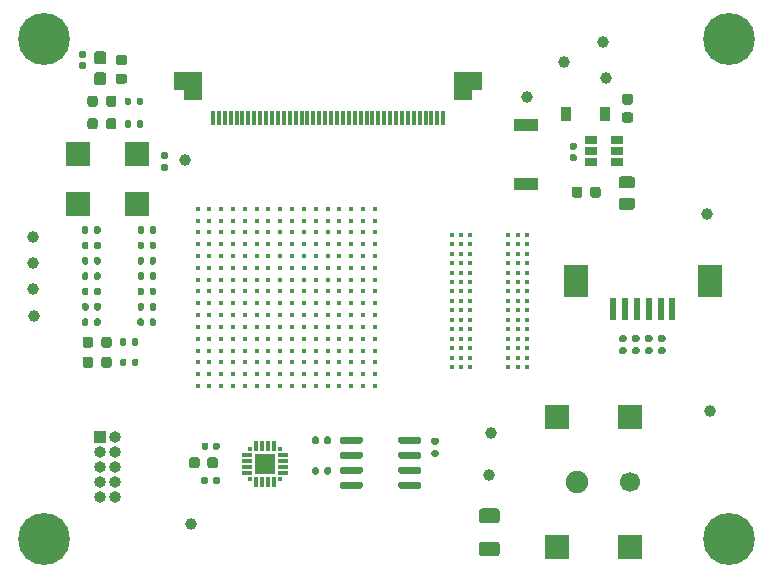
<source format=gts>
%TF.GenerationSoftware,KiCad,Pcbnew,5.1.8-db9833491~88~ubuntu20.04.1*%
%TF.CreationDate,2021-01-24T20:19:36-05:00*%
%TF.ProjectId,julia_v2.1.1.0,6a756c69-615f-4763-922e-312e312e302e,rev?*%
%TF.SameCoordinates,Original*%
%TF.FileFunction,Soldermask,Top*%
%TF.FilePolarity,Negative*%
%FSLAX46Y46*%
G04 Gerber Fmt 4.6, Leading zero omitted, Abs format (unit mm)*
G04 Created by KiCad (PCBNEW 5.1.8-db9833491~88~ubuntu20.04.1) date 2021-01-24 20:19:36*
%MOMM*%
%LPD*%
G01*
G04 APERTURE LIST*
%ADD10C,4.400000*%
%ADD11R,1.060000X0.650000*%
%ADD12O,1.000000X1.000000*%
%ADD13R,1.000000X1.000000*%
%ADD14C,0.400000*%
%ADD15C,0.406400*%
%ADD16R,2.000000X2.000000*%
%ADD17R,1.800000X1.800000*%
%ADD18R,0.300000X0.900000*%
%ADD19R,0.300000X0.300000*%
%ADD20R,0.900000X0.300000*%
%ADD21C,1.000000*%
%ADD22R,2.000000X1.000000*%
%ADD23R,2.100000X2.800000*%
%ADD24R,0.600000X1.900000*%
%ADD25R,2.400000X1.600000*%
%ADD26R,1.600000X2.400000*%
%ADD27R,0.300000X1.200000*%
%ADD28C,1.900000*%
%ADD29C,1.700000*%
%ADD30R,0.900000X1.200000*%
G04 APERTURE END LIST*
D10*
%TO.C,H4*%
X138620000Y-88060000D03*
%TD*%
%TO.C,H3*%
X138620000Y-130400000D03*
%TD*%
%TO.C,H2*%
X80630000Y-130400000D03*
%TD*%
%TO.C,H1*%
X80630000Y-88060000D03*
%TD*%
D11*
%TO.C,U7*%
X126900000Y-97500000D03*
X126900000Y-98450000D03*
X126900000Y-96550000D03*
X129100000Y-96550000D03*
X129100000Y-97500000D03*
X129100000Y-98450000D03*
%TD*%
D12*
%TO.C,J2*%
X86570000Y-126840000D03*
X85300000Y-126840000D03*
X86570000Y-125570000D03*
X85300000Y-125570000D03*
X86570000Y-124300000D03*
X85300000Y-124300000D03*
X86570000Y-123030000D03*
X85300000Y-123030000D03*
X86570000Y-121760000D03*
D13*
X85300000Y-121760000D03*
%TD*%
%TO.C,C44*%
G36*
G01*
X125570000Y-97400000D02*
X125230000Y-97400000D01*
G75*
G02*
X125090000Y-97260000I0J140000D01*
G01*
X125090000Y-96980000D01*
G75*
G02*
X125230000Y-96840000I140000J0D01*
G01*
X125570000Y-96840000D01*
G75*
G02*
X125710000Y-96980000I0J-140000D01*
G01*
X125710000Y-97260000D01*
G75*
G02*
X125570000Y-97400000I-140000J0D01*
G01*
G37*
G36*
G01*
X125570000Y-98360000D02*
X125230000Y-98360000D01*
G75*
G02*
X125090000Y-98220000I0J140000D01*
G01*
X125090000Y-97940000D01*
G75*
G02*
X125230000Y-97800000I140000J0D01*
G01*
X125570000Y-97800000D01*
G75*
G02*
X125710000Y-97940000I0J-140000D01*
G01*
X125710000Y-98220000D01*
G75*
G02*
X125570000Y-98360000I-140000J0D01*
G01*
G37*
%TD*%
D14*
%TO.C,U1*%
X108600000Y-109400000D03*
X108600000Y-110400000D03*
X108600000Y-111400000D03*
X108600000Y-112400000D03*
X108600000Y-113400000D03*
X108600000Y-114400000D03*
X108600000Y-115400000D03*
X108600000Y-116400000D03*
X108600000Y-117400000D03*
X104600000Y-114400000D03*
X104600000Y-113400000D03*
X104600000Y-112400000D03*
X104600000Y-111400000D03*
X103600000Y-111400000D03*
X103600000Y-112400000D03*
X103600000Y-113400000D03*
X103600000Y-114400000D03*
X107600000Y-117400000D03*
X107600000Y-116400000D03*
X107600000Y-115400000D03*
X107600000Y-114400000D03*
X107600000Y-113400000D03*
X107600000Y-112400000D03*
X107600000Y-111400000D03*
X107600000Y-110400000D03*
X107600000Y-109400000D03*
X106600000Y-109400000D03*
X106600000Y-110400000D03*
X106600000Y-111400000D03*
X106600000Y-112400000D03*
X106600000Y-113400000D03*
X106600000Y-114400000D03*
X106600000Y-115400000D03*
X106600000Y-116400000D03*
X106600000Y-117400000D03*
X102600000Y-114400000D03*
X102600000Y-113400000D03*
X102600000Y-112400000D03*
X102600000Y-111400000D03*
X101600000Y-111400000D03*
X101600000Y-112400000D03*
X101600000Y-113400000D03*
X101600000Y-114400000D03*
X105600000Y-117400000D03*
X105600000Y-116400000D03*
X105600000Y-115400000D03*
X105600000Y-114400000D03*
X105600000Y-113400000D03*
X105600000Y-112400000D03*
X105600000Y-111400000D03*
X105600000Y-110400000D03*
X105600000Y-109400000D03*
X104600000Y-110400000D03*
X103600000Y-110400000D03*
X102600000Y-110400000D03*
X104600000Y-109400000D03*
X103600000Y-109400000D03*
X102600000Y-109400000D03*
X101600000Y-109400000D03*
X104600000Y-117400000D03*
X104600000Y-116400000D03*
X101600000Y-108400000D03*
X102600000Y-108400000D03*
X103600000Y-108400000D03*
X104600000Y-108400000D03*
X101600000Y-110400000D03*
X104600000Y-107400000D03*
X103600000Y-107400000D03*
X102600000Y-107400000D03*
X101600000Y-107400000D03*
X104600000Y-115400000D03*
X104600000Y-106400000D03*
X103600000Y-106400000D03*
X102600000Y-106400000D03*
X101600000Y-106400000D03*
X100600000Y-114400000D03*
X103600000Y-117400000D03*
X102600000Y-117400000D03*
X101600000Y-117400000D03*
X100600000Y-117400000D03*
X99600000Y-117400000D03*
X103600000Y-116400000D03*
X102600000Y-116400000D03*
X101600000Y-116400000D03*
X100600000Y-116400000D03*
X99600000Y-116400000D03*
X99600000Y-115400000D03*
X100600000Y-115400000D03*
X101600000Y-115400000D03*
X102600000Y-115400000D03*
X103600000Y-115400000D03*
X99600000Y-114400000D03*
X98600000Y-114400000D03*
X97600000Y-114400000D03*
X100600000Y-113400000D03*
X98600000Y-117400000D03*
X97600000Y-117400000D03*
X98600000Y-116400000D03*
X97600000Y-116400000D03*
X98600000Y-115400000D03*
X97600000Y-115400000D03*
X99600000Y-113400000D03*
X98600000Y-113400000D03*
X97600000Y-113400000D03*
X100600000Y-112400000D03*
X99600000Y-112400000D03*
X98600000Y-112400000D03*
X97600000Y-112400000D03*
X100600000Y-111400000D03*
X99600000Y-111400000D03*
X98600000Y-111400000D03*
X97600000Y-111400000D03*
X100600000Y-110400000D03*
X99600000Y-110400000D03*
X98600000Y-110400000D03*
X97600000Y-110400000D03*
X100600000Y-109400000D03*
X99600000Y-109400000D03*
X98600000Y-109400000D03*
X97600000Y-109400000D03*
X100600000Y-108400000D03*
X99600000Y-108400000D03*
X98600000Y-108400000D03*
X97600000Y-108400000D03*
X100600000Y-107400000D03*
X99600000Y-107400000D03*
X98600000Y-107400000D03*
X97600000Y-107400000D03*
X97600000Y-106400000D03*
X98600000Y-106400000D03*
X99600000Y-106400000D03*
X100600000Y-106400000D03*
X96600000Y-117400000D03*
X95600000Y-117400000D03*
X94600000Y-117400000D03*
X93600000Y-117400000D03*
X93600000Y-116400000D03*
X93600000Y-115400000D03*
X93600000Y-114400000D03*
X94600000Y-116400000D03*
X94600000Y-115400000D03*
X94600000Y-114400000D03*
X95600000Y-114400000D03*
X95600000Y-115400000D03*
X95600000Y-116400000D03*
X96600000Y-116400000D03*
X96600000Y-115400000D03*
X96600000Y-114400000D03*
X96600000Y-113400000D03*
X95600000Y-113400000D03*
X94600000Y-113400000D03*
X93600000Y-113400000D03*
X93600000Y-112400000D03*
X94600000Y-112400000D03*
X95600000Y-112400000D03*
X96600000Y-112400000D03*
X96600000Y-111400000D03*
X95600000Y-111400000D03*
X94600000Y-111400000D03*
X93600000Y-111400000D03*
X94600000Y-110400000D03*
X95600000Y-110400000D03*
X96600000Y-110400000D03*
X96600000Y-109400000D03*
X95600000Y-109400000D03*
X94600000Y-109400000D03*
X94600000Y-108400000D03*
X95600000Y-108400000D03*
X96600000Y-108400000D03*
X96600000Y-107400000D03*
X95600000Y-107400000D03*
X94600000Y-107400000D03*
X108600000Y-106400000D03*
X108600000Y-107400000D03*
X108600000Y-108400000D03*
X107600000Y-108400000D03*
X107600000Y-107400000D03*
X107600000Y-106400000D03*
X106600000Y-106400000D03*
X106600000Y-107400000D03*
X106600000Y-108400000D03*
X105600000Y-108400000D03*
X105600000Y-107400000D03*
X105600000Y-106400000D03*
X108600000Y-104400000D03*
X108600000Y-105400000D03*
X107600000Y-105400000D03*
X107600000Y-104400000D03*
X105600000Y-105400000D03*
X106600000Y-105400000D03*
X106600000Y-104400000D03*
X105600000Y-104400000D03*
X104600000Y-104400000D03*
X104600000Y-105400000D03*
X103600000Y-105400000D03*
X103600000Y-104400000D03*
X102600000Y-105400000D03*
X102600000Y-104400000D03*
X96600000Y-106400000D03*
X95600000Y-106400000D03*
X94600000Y-106400000D03*
X101600000Y-105400000D03*
X100600000Y-105400000D03*
X99600000Y-105400000D03*
X98600000Y-105400000D03*
X97600000Y-105400000D03*
X96600000Y-105400000D03*
X95600000Y-105400000D03*
X94600000Y-105400000D03*
X101600000Y-104400000D03*
X100600000Y-104400000D03*
X99600000Y-104400000D03*
X98600000Y-104400000D03*
X97600000Y-104400000D03*
X96600000Y-104400000D03*
X95600000Y-104400000D03*
X94600000Y-104400000D03*
X96600000Y-103400000D03*
X95600000Y-103400000D03*
X94600000Y-103400000D03*
X97600000Y-103400000D03*
X98600000Y-103400000D03*
X99600000Y-103400000D03*
X100600000Y-103400000D03*
X101600000Y-103400000D03*
X102600000Y-103400000D03*
X103600000Y-103400000D03*
X104600000Y-103400000D03*
X105600000Y-103400000D03*
X106600000Y-103400000D03*
X107600000Y-103400000D03*
X108600000Y-103400000D03*
X93600000Y-110400000D03*
X93600000Y-109400000D03*
X93600000Y-108400000D03*
X93600000Y-107400000D03*
X93600000Y-106400000D03*
X93600000Y-105400000D03*
X93600000Y-104400000D03*
X93600000Y-103400000D03*
X108600000Y-102400000D03*
X107600000Y-102400000D03*
X106600000Y-102400000D03*
X105600000Y-102400000D03*
X104600000Y-102400000D03*
X103600000Y-102400000D03*
X102600000Y-102400000D03*
X101600000Y-102400000D03*
X100600000Y-102400000D03*
X99600000Y-102400000D03*
X98600000Y-102400000D03*
X97600000Y-102400000D03*
X96600000Y-102400000D03*
X95600000Y-102400000D03*
X94600000Y-102400000D03*
X93600000Y-102400000D03*
%TD*%
D15*
%TO.C,U8*%
X121500000Y-115799999D03*
X120700000Y-115799999D03*
X119900000Y-115799999D03*
X116700000Y-115799999D03*
X115900000Y-115799999D03*
X115100000Y-115799999D03*
X121500000Y-114999999D03*
X120700000Y-114999999D03*
X119900000Y-114999999D03*
X116700000Y-114999999D03*
X115900000Y-114999999D03*
X115100000Y-114999999D03*
X121500000Y-114200000D03*
X120700000Y-114200000D03*
X119900000Y-114200000D03*
X116700000Y-114200000D03*
X115900000Y-114200000D03*
X115100000Y-114200000D03*
X121500000Y-113400000D03*
X120700000Y-113400000D03*
X119900000Y-113400000D03*
X116700000Y-113400000D03*
X115900000Y-113400000D03*
X115100000Y-113400000D03*
X121500000Y-112600000D03*
X120700000Y-112600000D03*
X119900000Y-112600000D03*
X116700000Y-112600000D03*
X115900000Y-112600000D03*
X115100000Y-112600000D03*
X121500000Y-111800000D03*
X120700000Y-111800000D03*
X119900000Y-111800000D03*
X116700000Y-111800000D03*
X115900000Y-111800000D03*
X115100000Y-111800000D03*
X121500000Y-111000000D03*
X120700000Y-111000000D03*
X119900000Y-111000000D03*
X116700000Y-111000000D03*
X115900000Y-111000000D03*
X115100000Y-111000000D03*
X121500000Y-110200000D03*
X120700000Y-110200000D03*
X119900000Y-110200000D03*
X116700000Y-110200000D03*
X115900000Y-110200000D03*
X115100000Y-110200000D03*
X121500000Y-109400000D03*
X120700000Y-109400000D03*
X119900000Y-109400000D03*
X116700000Y-109400000D03*
X115900000Y-109400000D03*
X115100000Y-109400000D03*
X121500000Y-108600000D03*
X120700000Y-108600000D03*
X119900000Y-108600000D03*
X116700000Y-108600000D03*
X115900000Y-108600000D03*
X115100000Y-108600000D03*
X121500000Y-107800000D03*
X120700000Y-107800000D03*
X119900000Y-107800000D03*
X116700000Y-107800000D03*
X115900000Y-107800000D03*
X115100000Y-107800000D03*
X121500000Y-107000000D03*
X120700000Y-107000000D03*
X119900000Y-107000000D03*
X116700000Y-107000000D03*
X115900000Y-107000000D03*
X115100000Y-107000000D03*
X121500000Y-106200000D03*
X120700000Y-106200000D03*
X119900000Y-106200000D03*
X116700000Y-106200000D03*
X115900000Y-106200000D03*
X115100000Y-106200000D03*
X121500000Y-105400001D03*
X120700000Y-105400001D03*
X119900000Y-105400001D03*
X116700000Y-105400001D03*
X115900000Y-105400001D03*
X115100000Y-105400001D03*
X121500000Y-104600001D03*
X120700000Y-104600001D03*
X119900000Y-104600001D03*
X116700000Y-104600001D03*
X115900000Y-104600001D03*
X115100000Y-104600001D03*
%TD*%
D16*
%TO.C,X1*%
X83500000Y-97800000D03*
X88500000Y-97800000D03*
X88500000Y-102000000D03*
X83500000Y-102000000D03*
%TD*%
D17*
%TO.C,U6*%
X99290000Y-124010000D03*
D18*
X98540000Y-122460000D03*
X99040000Y-122460000D03*
X99540000Y-122460000D03*
X100040000Y-122460000D03*
D19*
X100540000Y-122760000D03*
D20*
X100840000Y-123260000D03*
X100840000Y-123760000D03*
X100840000Y-124260000D03*
X100840000Y-124760000D03*
D19*
X100540000Y-125260000D03*
D18*
X100040000Y-125560000D03*
X99540000Y-125560000D03*
X99040000Y-125560000D03*
X98540000Y-125560000D03*
D19*
X98040000Y-125260000D03*
D20*
X97740000Y-124760000D03*
X97740000Y-124260000D03*
X97740000Y-123760000D03*
X97740000Y-123260000D03*
D19*
X98040000Y-122760000D03*
%TD*%
%TO.C,U5*%
G36*
G01*
X110600000Y-122145000D02*
X110600000Y-121845000D01*
G75*
G02*
X110750000Y-121695000I150000J0D01*
G01*
X112400000Y-121695000D01*
G75*
G02*
X112550000Y-121845000I0J-150000D01*
G01*
X112550000Y-122145000D01*
G75*
G02*
X112400000Y-122295000I-150000J0D01*
G01*
X110750000Y-122295000D01*
G75*
G02*
X110600000Y-122145000I0J150000D01*
G01*
G37*
G36*
G01*
X110600000Y-123415000D02*
X110600000Y-123115000D01*
G75*
G02*
X110750000Y-122965000I150000J0D01*
G01*
X112400000Y-122965000D01*
G75*
G02*
X112550000Y-123115000I0J-150000D01*
G01*
X112550000Y-123415000D01*
G75*
G02*
X112400000Y-123565000I-150000J0D01*
G01*
X110750000Y-123565000D01*
G75*
G02*
X110600000Y-123415000I0J150000D01*
G01*
G37*
G36*
G01*
X110600000Y-124685000D02*
X110600000Y-124385000D01*
G75*
G02*
X110750000Y-124235000I150000J0D01*
G01*
X112400000Y-124235000D01*
G75*
G02*
X112550000Y-124385000I0J-150000D01*
G01*
X112550000Y-124685000D01*
G75*
G02*
X112400000Y-124835000I-150000J0D01*
G01*
X110750000Y-124835000D01*
G75*
G02*
X110600000Y-124685000I0J150000D01*
G01*
G37*
G36*
G01*
X110600000Y-125955000D02*
X110600000Y-125655000D01*
G75*
G02*
X110750000Y-125505000I150000J0D01*
G01*
X112400000Y-125505000D01*
G75*
G02*
X112550000Y-125655000I0J-150000D01*
G01*
X112550000Y-125955000D01*
G75*
G02*
X112400000Y-126105000I-150000J0D01*
G01*
X110750000Y-126105000D01*
G75*
G02*
X110600000Y-125955000I0J150000D01*
G01*
G37*
G36*
G01*
X105650000Y-125955000D02*
X105650000Y-125655000D01*
G75*
G02*
X105800000Y-125505000I150000J0D01*
G01*
X107450000Y-125505000D01*
G75*
G02*
X107600000Y-125655000I0J-150000D01*
G01*
X107600000Y-125955000D01*
G75*
G02*
X107450000Y-126105000I-150000J0D01*
G01*
X105800000Y-126105000D01*
G75*
G02*
X105650000Y-125955000I0J150000D01*
G01*
G37*
G36*
G01*
X105650000Y-124685000D02*
X105650000Y-124385000D01*
G75*
G02*
X105800000Y-124235000I150000J0D01*
G01*
X107450000Y-124235000D01*
G75*
G02*
X107600000Y-124385000I0J-150000D01*
G01*
X107600000Y-124685000D01*
G75*
G02*
X107450000Y-124835000I-150000J0D01*
G01*
X105800000Y-124835000D01*
G75*
G02*
X105650000Y-124685000I0J150000D01*
G01*
G37*
G36*
G01*
X105650000Y-123415000D02*
X105650000Y-123115000D01*
G75*
G02*
X105800000Y-122965000I150000J0D01*
G01*
X107450000Y-122965000D01*
G75*
G02*
X107600000Y-123115000I0J-150000D01*
G01*
X107600000Y-123415000D01*
G75*
G02*
X107450000Y-123565000I-150000J0D01*
G01*
X105800000Y-123565000D01*
G75*
G02*
X105650000Y-123415000I0J150000D01*
G01*
G37*
G36*
G01*
X105650000Y-122145000D02*
X105650000Y-121845000D01*
G75*
G02*
X105800000Y-121695000I150000J0D01*
G01*
X107450000Y-121695000D01*
G75*
G02*
X107600000Y-121845000I0J-150000D01*
G01*
X107600000Y-122145000D01*
G75*
G02*
X107450000Y-122295000I-150000J0D01*
G01*
X105800000Y-122295000D01*
G75*
G02*
X105650000Y-122145000I0J150000D01*
G01*
G37*
%TD*%
D21*
%TO.C,TP14*%
X124650000Y-90000000D03*
%TD*%
%TO.C,TP13*%
X128200000Y-91300000D03*
%TD*%
%TO.C,TP12*%
X121500000Y-92900000D03*
%TD*%
%TO.C,TP11*%
X79760000Y-111520000D03*
%TD*%
%TO.C,TP10*%
X79700000Y-104800000D03*
%TD*%
%TO.C,TP9*%
X79700000Y-109200000D03*
%TD*%
%TO.C,TP8*%
X93080000Y-129130000D03*
%TD*%
%TO.C,TP7*%
X79700000Y-107000000D03*
%TD*%
%TO.C,TP6*%
X92500000Y-98300000D03*
%TD*%
%TO.C,TP5*%
X118400000Y-121400000D03*
%TD*%
%TO.C,TP4*%
X127900000Y-88300000D03*
%TD*%
%TO.C,TP3*%
X136750000Y-102850000D03*
%TD*%
%TO.C,TP2*%
X137000000Y-119550000D03*
%TD*%
%TO.C,TP1*%
X118300000Y-124900000D03*
%TD*%
%TO.C,R31*%
G36*
G01*
X89530000Y-112185000D02*
X89530000Y-111815000D01*
G75*
G02*
X89665000Y-111680000I135000J0D01*
G01*
X89935000Y-111680000D01*
G75*
G02*
X90070000Y-111815000I0J-135000D01*
G01*
X90070000Y-112185000D01*
G75*
G02*
X89935000Y-112320000I-135000J0D01*
G01*
X89665000Y-112320000D01*
G75*
G02*
X89530000Y-112185000I0J135000D01*
G01*
G37*
G36*
G01*
X88510000Y-112185000D02*
X88510000Y-111815000D01*
G75*
G02*
X88645000Y-111680000I135000J0D01*
G01*
X88915000Y-111680000D01*
G75*
G02*
X89050000Y-111815000I0J-135000D01*
G01*
X89050000Y-112185000D01*
G75*
G02*
X88915000Y-112320000I-135000J0D01*
G01*
X88645000Y-112320000D01*
G75*
G02*
X88510000Y-112185000I0J135000D01*
G01*
G37*
%TD*%
%TO.C,R30*%
G36*
G01*
X89540000Y-106985000D02*
X89540000Y-106615000D01*
G75*
G02*
X89675000Y-106480000I135000J0D01*
G01*
X89945000Y-106480000D01*
G75*
G02*
X90080000Y-106615000I0J-135000D01*
G01*
X90080000Y-106985000D01*
G75*
G02*
X89945000Y-107120000I-135000J0D01*
G01*
X89675000Y-107120000D01*
G75*
G02*
X89540000Y-106985000I0J135000D01*
G01*
G37*
G36*
G01*
X88520000Y-106985000D02*
X88520000Y-106615000D01*
G75*
G02*
X88655000Y-106480000I135000J0D01*
G01*
X88925000Y-106480000D01*
G75*
G02*
X89060000Y-106615000I0J-135000D01*
G01*
X89060000Y-106985000D01*
G75*
G02*
X88925000Y-107120000I-135000J0D01*
G01*
X88655000Y-107120000D01*
G75*
G02*
X88520000Y-106985000I0J135000D01*
G01*
G37*
%TD*%
%TO.C,R29*%
G36*
G01*
X89540000Y-109585000D02*
X89540000Y-109215000D01*
G75*
G02*
X89675000Y-109080000I135000J0D01*
G01*
X89945000Y-109080000D01*
G75*
G02*
X90080000Y-109215000I0J-135000D01*
G01*
X90080000Y-109585000D01*
G75*
G02*
X89945000Y-109720000I-135000J0D01*
G01*
X89675000Y-109720000D01*
G75*
G02*
X89540000Y-109585000I0J135000D01*
G01*
G37*
G36*
G01*
X88520000Y-109585000D02*
X88520000Y-109215000D01*
G75*
G02*
X88655000Y-109080000I135000J0D01*
G01*
X88925000Y-109080000D01*
G75*
G02*
X89060000Y-109215000I0J-135000D01*
G01*
X89060000Y-109585000D01*
G75*
G02*
X88925000Y-109720000I-135000J0D01*
G01*
X88655000Y-109720000D01*
G75*
G02*
X88520000Y-109585000I0J135000D01*
G01*
G37*
%TD*%
%TO.C,R28*%
G36*
G01*
X89540000Y-108285000D02*
X89540000Y-107915000D01*
G75*
G02*
X89675000Y-107780000I135000J0D01*
G01*
X89945000Y-107780000D01*
G75*
G02*
X90080000Y-107915000I0J-135000D01*
G01*
X90080000Y-108285000D01*
G75*
G02*
X89945000Y-108420000I-135000J0D01*
G01*
X89675000Y-108420000D01*
G75*
G02*
X89540000Y-108285000I0J135000D01*
G01*
G37*
G36*
G01*
X88520000Y-108285000D02*
X88520000Y-107915000D01*
G75*
G02*
X88655000Y-107780000I135000J0D01*
G01*
X88925000Y-107780000D01*
G75*
G02*
X89060000Y-107915000I0J-135000D01*
G01*
X89060000Y-108285000D01*
G75*
G02*
X88925000Y-108420000I-135000J0D01*
G01*
X88655000Y-108420000D01*
G75*
G02*
X88520000Y-108285000I0J135000D01*
G01*
G37*
%TD*%
%TO.C,R27*%
G36*
G01*
X89540000Y-105685000D02*
X89540000Y-105315000D01*
G75*
G02*
X89675000Y-105180000I135000J0D01*
G01*
X89945000Y-105180000D01*
G75*
G02*
X90080000Y-105315000I0J-135000D01*
G01*
X90080000Y-105685000D01*
G75*
G02*
X89945000Y-105820000I-135000J0D01*
G01*
X89675000Y-105820000D01*
G75*
G02*
X89540000Y-105685000I0J135000D01*
G01*
G37*
G36*
G01*
X88520000Y-105685000D02*
X88520000Y-105315000D01*
G75*
G02*
X88655000Y-105180000I135000J0D01*
G01*
X88925000Y-105180000D01*
G75*
G02*
X89060000Y-105315000I0J-135000D01*
G01*
X89060000Y-105685000D01*
G75*
G02*
X88925000Y-105820000I-135000J0D01*
G01*
X88655000Y-105820000D01*
G75*
G02*
X88520000Y-105685000I0J135000D01*
G01*
G37*
%TD*%
%TO.C,R26*%
G36*
G01*
X89060000Y-110515000D02*
X89060000Y-110885000D01*
G75*
G02*
X88925000Y-111020000I-135000J0D01*
G01*
X88655000Y-111020000D01*
G75*
G02*
X88520000Y-110885000I0J135000D01*
G01*
X88520000Y-110515000D01*
G75*
G02*
X88655000Y-110380000I135000J0D01*
G01*
X88925000Y-110380000D01*
G75*
G02*
X89060000Y-110515000I0J-135000D01*
G01*
G37*
G36*
G01*
X90080000Y-110515000D02*
X90080000Y-110885000D01*
G75*
G02*
X89945000Y-111020000I-135000J0D01*
G01*
X89675000Y-111020000D01*
G75*
G02*
X89540000Y-110885000I0J135000D01*
G01*
X89540000Y-110515000D01*
G75*
G02*
X89675000Y-110380000I135000J0D01*
G01*
X89945000Y-110380000D01*
G75*
G02*
X90080000Y-110515000I0J-135000D01*
G01*
G37*
%TD*%
%TO.C,R25*%
G36*
G01*
X84360000Y-105315000D02*
X84360000Y-105685000D01*
G75*
G02*
X84225000Y-105820000I-135000J0D01*
G01*
X83955000Y-105820000D01*
G75*
G02*
X83820000Y-105685000I0J135000D01*
G01*
X83820000Y-105315000D01*
G75*
G02*
X83955000Y-105180000I135000J0D01*
G01*
X84225000Y-105180000D01*
G75*
G02*
X84360000Y-105315000I0J-135000D01*
G01*
G37*
G36*
G01*
X85380000Y-105315000D02*
X85380000Y-105685000D01*
G75*
G02*
X85245000Y-105820000I-135000J0D01*
G01*
X84975000Y-105820000D01*
G75*
G02*
X84840000Y-105685000I0J135000D01*
G01*
X84840000Y-105315000D01*
G75*
G02*
X84975000Y-105180000I135000J0D01*
G01*
X85245000Y-105180000D01*
G75*
G02*
X85380000Y-105315000I0J-135000D01*
G01*
G37*
%TD*%
%TO.C,R24*%
G36*
G01*
X84360000Y-106615000D02*
X84360000Y-106985000D01*
G75*
G02*
X84225000Y-107120000I-135000J0D01*
G01*
X83955000Y-107120000D01*
G75*
G02*
X83820000Y-106985000I0J135000D01*
G01*
X83820000Y-106615000D01*
G75*
G02*
X83955000Y-106480000I135000J0D01*
G01*
X84225000Y-106480000D01*
G75*
G02*
X84360000Y-106615000I0J-135000D01*
G01*
G37*
G36*
G01*
X85380000Y-106615000D02*
X85380000Y-106985000D01*
G75*
G02*
X85245000Y-107120000I-135000J0D01*
G01*
X84975000Y-107120000D01*
G75*
G02*
X84840000Y-106985000I0J135000D01*
G01*
X84840000Y-106615000D01*
G75*
G02*
X84975000Y-106480000I135000J0D01*
G01*
X85245000Y-106480000D01*
G75*
G02*
X85380000Y-106615000I0J-135000D01*
G01*
G37*
%TD*%
%TO.C,R23*%
G36*
G01*
X84360000Y-111815000D02*
X84360000Y-112185000D01*
G75*
G02*
X84225000Y-112320000I-135000J0D01*
G01*
X83955000Y-112320000D01*
G75*
G02*
X83820000Y-112185000I0J135000D01*
G01*
X83820000Y-111815000D01*
G75*
G02*
X83955000Y-111680000I135000J0D01*
G01*
X84225000Y-111680000D01*
G75*
G02*
X84360000Y-111815000I0J-135000D01*
G01*
G37*
G36*
G01*
X85380000Y-111815000D02*
X85380000Y-112185000D01*
G75*
G02*
X85245000Y-112320000I-135000J0D01*
G01*
X84975000Y-112320000D01*
G75*
G02*
X84840000Y-112185000I0J135000D01*
G01*
X84840000Y-111815000D01*
G75*
G02*
X84975000Y-111680000I135000J0D01*
G01*
X85245000Y-111680000D01*
G75*
G02*
X85380000Y-111815000I0J-135000D01*
G01*
G37*
%TD*%
%TO.C,R22*%
G36*
G01*
X84850000Y-110885000D02*
X84850000Y-110515000D01*
G75*
G02*
X84985000Y-110380000I135000J0D01*
G01*
X85255000Y-110380000D01*
G75*
G02*
X85390000Y-110515000I0J-135000D01*
G01*
X85390000Y-110885000D01*
G75*
G02*
X85255000Y-111020000I-135000J0D01*
G01*
X84985000Y-111020000D01*
G75*
G02*
X84850000Y-110885000I0J135000D01*
G01*
G37*
G36*
G01*
X83830000Y-110885000D02*
X83830000Y-110515000D01*
G75*
G02*
X83965000Y-110380000I135000J0D01*
G01*
X84235000Y-110380000D01*
G75*
G02*
X84370000Y-110515000I0J-135000D01*
G01*
X84370000Y-110885000D01*
G75*
G02*
X84235000Y-111020000I-135000J0D01*
G01*
X83965000Y-111020000D01*
G75*
G02*
X83830000Y-110885000I0J135000D01*
G01*
G37*
%TD*%
%TO.C,R21*%
G36*
G01*
X84840000Y-104385000D02*
X84840000Y-104015000D01*
G75*
G02*
X84975000Y-103880000I135000J0D01*
G01*
X85245000Y-103880000D01*
G75*
G02*
X85380000Y-104015000I0J-135000D01*
G01*
X85380000Y-104385000D01*
G75*
G02*
X85245000Y-104520000I-135000J0D01*
G01*
X84975000Y-104520000D01*
G75*
G02*
X84840000Y-104385000I0J135000D01*
G01*
G37*
G36*
G01*
X83820000Y-104385000D02*
X83820000Y-104015000D01*
G75*
G02*
X83955000Y-103880000I135000J0D01*
G01*
X84225000Y-103880000D01*
G75*
G02*
X84360000Y-104015000I0J-135000D01*
G01*
X84360000Y-104385000D01*
G75*
G02*
X84225000Y-104520000I-135000J0D01*
G01*
X83955000Y-104520000D01*
G75*
G02*
X83820000Y-104385000I0J135000D01*
G01*
G37*
%TD*%
%TO.C,R20*%
G36*
G01*
X89540000Y-104385000D02*
X89540000Y-104015000D01*
G75*
G02*
X89675000Y-103880000I135000J0D01*
G01*
X89945000Y-103880000D01*
G75*
G02*
X90080000Y-104015000I0J-135000D01*
G01*
X90080000Y-104385000D01*
G75*
G02*
X89945000Y-104520000I-135000J0D01*
G01*
X89675000Y-104520000D01*
G75*
G02*
X89540000Y-104385000I0J135000D01*
G01*
G37*
G36*
G01*
X88520000Y-104385000D02*
X88520000Y-104015000D01*
G75*
G02*
X88655000Y-103880000I135000J0D01*
G01*
X88925000Y-103880000D01*
G75*
G02*
X89060000Y-104015000I0J-135000D01*
G01*
X89060000Y-104385000D01*
G75*
G02*
X88925000Y-104520000I-135000J0D01*
G01*
X88655000Y-104520000D01*
G75*
G02*
X88520000Y-104385000I0J135000D01*
G01*
G37*
%TD*%
%TO.C,R18*%
G36*
G01*
X84840000Y-108285000D02*
X84840000Y-107915000D01*
G75*
G02*
X84975000Y-107780000I135000J0D01*
G01*
X85245000Y-107780000D01*
G75*
G02*
X85380000Y-107915000I0J-135000D01*
G01*
X85380000Y-108285000D01*
G75*
G02*
X85245000Y-108420000I-135000J0D01*
G01*
X84975000Y-108420000D01*
G75*
G02*
X84840000Y-108285000I0J135000D01*
G01*
G37*
G36*
G01*
X83820000Y-108285000D02*
X83820000Y-107915000D01*
G75*
G02*
X83955000Y-107780000I135000J0D01*
G01*
X84225000Y-107780000D01*
G75*
G02*
X84360000Y-107915000I0J-135000D01*
G01*
X84360000Y-108285000D01*
G75*
G02*
X84225000Y-108420000I-135000J0D01*
G01*
X83955000Y-108420000D01*
G75*
G02*
X83820000Y-108285000I0J135000D01*
G01*
G37*
%TD*%
%TO.C,R16*%
G36*
G01*
X84360000Y-109215000D02*
X84360000Y-109585000D01*
G75*
G02*
X84225000Y-109720000I-135000J0D01*
G01*
X83955000Y-109720000D01*
G75*
G02*
X83820000Y-109585000I0J135000D01*
G01*
X83820000Y-109215000D01*
G75*
G02*
X83955000Y-109080000I135000J0D01*
G01*
X84225000Y-109080000D01*
G75*
G02*
X84360000Y-109215000I0J-135000D01*
G01*
G37*
G36*
G01*
X85380000Y-109215000D02*
X85380000Y-109585000D01*
G75*
G02*
X85245000Y-109720000I-135000J0D01*
G01*
X84975000Y-109720000D01*
G75*
G02*
X84840000Y-109585000I0J135000D01*
G01*
X84840000Y-109215000D01*
G75*
G02*
X84975000Y-109080000I135000J0D01*
G01*
X85245000Y-109080000D01*
G75*
G02*
X85380000Y-109215000I0J-135000D01*
G01*
G37*
%TD*%
%TO.C,R15*%
G36*
G01*
X90985000Y-98160000D02*
X90615000Y-98160000D01*
G75*
G02*
X90480000Y-98025000I0J135000D01*
G01*
X90480000Y-97755000D01*
G75*
G02*
X90615000Y-97620000I135000J0D01*
G01*
X90985000Y-97620000D01*
G75*
G02*
X91120000Y-97755000I0J-135000D01*
G01*
X91120000Y-98025000D01*
G75*
G02*
X90985000Y-98160000I-135000J0D01*
G01*
G37*
G36*
G01*
X90985000Y-99180000D02*
X90615000Y-99180000D01*
G75*
G02*
X90480000Y-99045000I0J135000D01*
G01*
X90480000Y-98775000D01*
G75*
G02*
X90615000Y-98640000I135000J0D01*
G01*
X90985000Y-98640000D01*
G75*
G02*
X91120000Y-98775000I0J-135000D01*
G01*
X91120000Y-99045000D01*
G75*
G02*
X90985000Y-99180000I-135000J0D01*
G01*
G37*
%TD*%
%TO.C,R14*%
G36*
G01*
X131985000Y-113660000D02*
X131615000Y-113660000D01*
G75*
G02*
X131480000Y-113525000I0J135000D01*
G01*
X131480000Y-113255000D01*
G75*
G02*
X131615000Y-113120000I135000J0D01*
G01*
X131985000Y-113120000D01*
G75*
G02*
X132120000Y-113255000I0J-135000D01*
G01*
X132120000Y-113525000D01*
G75*
G02*
X131985000Y-113660000I-135000J0D01*
G01*
G37*
G36*
G01*
X131985000Y-114680000D02*
X131615000Y-114680000D01*
G75*
G02*
X131480000Y-114545000I0J135000D01*
G01*
X131480000Y-114275000D01*
G75*
G02*
X131615000Y-114140000I135000J0D01*
G01*
X131985000Y-114140000D01*
G75*
G02*
X132120000Y-114275000I0J-135000D01*
G01*
X132120000Y-114545000D01*
G75*
G02*
X131985000Y-114680000I-135000J0D01*
G01*
G37*
%TD*%
%TO.C,R13*%
G36*
G01*
X132715000Y-114140000D02*
X133085000Y-114140000D01*
G75*
G02*
X133220000Y-114275000I0J-135000D01*
G01*
X133220000Y-114545000D01*
G75*
G02*
X133085000Y-114680000I-135000J0D01*
G01*
X132715000Y-114680000D01*
G75*
G02*
X132580000Y-114545000I0J135000D01*
G01*
X132580000Y-114275000D01*
G75*
G02*
X132715000Y-114140000I135000J0D01*
G01*
G37*
G36*
G01*
X132715000Y-113120000D02*
X133085000Y-113120000D01*
G75*
G02*
X133220000Y-113255000I0J-135000D01*
G01*
X133220000Y-113525000D01*
G75*
G02*
X133085000Y-113660000I-135000J0D01*
G01*
X132715000Y-113660000D01*
G75*
G02*
X132580000Y-113525000I0J135000D01*
G01*
X132580000Y-113255000D01*
G75*
G02*
X132715000Y-113120000I135000J0D01*
G01*
G37*
%TD*%
%TO.C,R12*%
G36*
G01*
X130885000Y-113660000D02*
X130515000Y-113660000D01*
G75*
G02*
X130380000Y-113525000I0J135000D01*
G01*
X130380000Y-113255000D01*
G75*
G02*
X130515000Y-113120000I135000J0D01*
G01*
X130885000Y-113120000D01*
G75*
G02*
X131020000Y-113255000I0J-135000D01*
G01*
X131020000Y-113525000D01*
G75*
G02*
X130885000Y-113660000I-135000J0D01*
G01*
G37*
G36*
G01*
X130885000Y-114680000D02*
X130515000Y-114680000D01*
G75*
G02*
X130380000Y-114545000I0J135000D01*
G01*
X130380000Y-114275000D01*
G75*
G02*
X130515000Y-114140000I135000J0D01*
G01*
X130885000Y-114140000D01*
G75*
G02*
X131020000Y-114275000I0J-135000D01*
G01*
X131020000Y-114545000D01*
G75*
G02*
X130885000Y-114680000I-135000J0D01*
G01*
G37*
%TD*%
%TO.C,R11*%
G36*
G01*
X129785000Y-113660000D02*
X129415000Y-113660000D01*
G75*
G02*
X129280000Y-113525000I0J135000D01*
G01*
X129280000Y-113255000D01*
G75*
G02*
X129415000Y-113120000I135000J0D01*
G01*
X129785000Y-113120000D01*
G75*
G02*
X129920000Y-113255000I0J-135000D01*
G01*
X129920000Y-113525000D01*
G75*
G02*
X129785000Y-113660000I-135000J0D01*
G01*
G37*
G36*
G01*
X129785000Y-114680000D02*
X129415000Y-114680000D01*
G75*
G02*
X129280000Y-114545000I0J135000D01*
G01*
X129280000Y-114275000D01*
G75*
G02*
X129415000Y-114140000I135000J0D01*
G01*
X129785000Y-114140000D01*
G75*
G02*
X129920000Y-114275000I0J-135000D01*
G01*
X129920000Y-114545000D01*
G75*
G02*
X129785000Y-114680000I-135000J0D01*
G01*
G37*
%TD*%
%TO.C,R10*%
G36*
G01*
X129489998Y-101480000D02*
X130390002Y-101480000D01*
G75*
G02*
X130640000Y-101729998I0J-249998D01*
G01*
X130640000Y-102255002D01*
G75*
G02*
X130390002Y-102505000I-249998J0D01*
G01*
X129489998Y-102505000D01*
G75*
G02*
X129240000Y-102255002I0J249998D01*
G01*
X129240000Y-101729998D01*
G75*
G02*
X129489998Y-101480000I249998J0D01*
G01*
G37*
G36*
G01*
X129489998Y-99655000D02*
X130390002Y-99655000D01*
G75*
G02*
X130640000Y-99904998I0J-249998D01*
G01*
X130640000Y-100430002D01*
G75*
G02*
X130390002Y-100680000I-249998J0D01*
G01*
X129489998Y-100680000D01*
G75*
G02*
X129240000Y-100430002I0J249998D01*
G01*
X129240000Y-99904998D01*
G75*
G02*
X129489998Y-99655000I249998J0D01*
G01*
G37*
%TD*%
%TO.C,R8*%
G36*
G01*
X113515000Y-122840000D02*
X113885000Y-122840000D01*
G75*
G02*
X114020000Y-122975000I0J-135000D01*
G01*
X114020000Y-123245000D01*
G75*
G02*
X113885000Y-123380000I-135000J0D01*
G01*
X113515000Y-123380000D01*
G75*
G02*
X113380000Y-123245000I0J135000D01*
G01*
X113380000Y-122975000D01*
G75*
G02*
X113515000Y-122840000I135000J0D01*
G01*
G37*
G36*
G01*
X113515000Y-121820000D02*
X113885000Y-121820000D01*
G75*
G02*
X114020000Y-121955000I0J-135000D01*
G01*
X114020000Y-122225000D01*
G75*
G02*
X113885000Y-122360000I-135000J0D01*
G01*
X113515000Y-122360000D01*
G75*
G02*
X113380000Y-122225000I0J135000D01*
G01*
X113380000Y-121955000D01*
G75*
G02*
X113515000Y-121820000I135000J0D01*
G01*
G37*
%TD*%
%TO.C,R7*%
G36*
G01*
X104340000Y-124785000D02*
X104340000Y-124415000D01*
G75*
G02*
X104475000Y-124280000I135000J0D01*
G01*
X104745000Y-124280000D01*
G75*
G02*
X104880000Y-124415000I0J-135000D01*
G01*
X104880000Y-124785000D01*
G75*
G02*
X104745000Y-124920000I-135000J0D01*
G01*
X104475000Y-124920000D01*
G75*
G02*
X104340000Y-124785000I0J135000D01*
G01*
G37*
G36*
G01*
X103320000Y-124785000D02*
X103320000Y-124415000D01*
G75*
G02*
X103455000Y-124280000I135000J0D01*
G01*
X103725000Y-124280000D01*
G75*
G02*
X103860000Y-124415000I0J-135000D01*
G01*
X103860000Y-124785000D01*
G75*
G02*
X103725000Y-124920000I-135000J0D01*
G01*
X103455000Y-124920000D01*
G75*
G02*
X103320000Y-124785000I0J135000D01*
G01*
G37*
%TD*%
%TO.C,R6*%
G36*
G01*
X104340000Y-122185000D02*
X104340000Y-121815000D01*
G75*
G02*
X104475000Y-121680000I135000J0D01*
G01*
X104745000Y-121680000D01*
G75*
G02*
X104880000Y-121815000I0J-135000D01*
G01*
X104880000Y-122185000D01*
G75*
G02*
X104745000Y-122320000I-135000J0D01*
G01*
X104475000Y-122320000D01*
G75*
G02*
X104340000Y-122185000I0J135000D01*
G01*
G37*
G36*
G01*
X103320000Y-122185000D02*
X103320000Y-121815000D01*
G75*
G02*
X103455000Y-121680000I135000J0D01*
G01*
X103725000Y-121680000D01*
G75*
G02*
X103860000Y-121815000I0J-135000D01*
G01*
X103860000Y-122185000D01*
G75*
G02*
X103725000Y-122320000I-135000J0D01*
G01*
X103455000Y-122320000D01*
G75*
G02*
X103320000Y-122185000I0J135000D01*
G01*
G37*
%TD*%
%TO.C,R5*%
G36*
G01*
X94940000Y-125585000D02*
X94940000Y-125215000D01*
G75*
G02*
X95075000Y-125080000I135000J0D01*
G01*
X95345000Y-125080000D01*
G75*
G02*
X95480000Y-125215000I0J-135000D01*
G01*
X95480000Y-125585000D01*
G75*
G02*
X95345000Y-125720000I-135000J0D01*
G01*
X95075000Y-125720000D01*
G75*
G02*
X94940000Y-125585000I0J135000D01*
G01*
G37*
G36*
G01*
X93920000Y-125585000D02*
X93920000Y-125215000D01*
G75*
G02*
X94055000Y-125080000I135000J0D01*
G01*
X94325000Y-125080000D01*
G75*
G02*
X94460000Y-125215000I0J-135000D01*
G01*
X94460000Y-125585000D01*
G75*
G02*
X94325000Y-125720000I-135000J0D01*
G01*
X94055000Y-125720000D01*
G75*
G02*
X93920000Y-125585000I0J135000D01*
G01*
G37*
%TD*%
%TO.C,R4*%
G36*
G01*
X88450000Y-95385000D02*
X88450000Y-95015000D01*
G75*
G02*
X88585000Y-94880000I135000J0D01*
G01*
X88855000Y-94880000D01*
G75*
G02*
X88990000Y-95015000I0J-135000D01*
G01*
X88990000Y-95385000D01*
G75*
G02*
X88855000Y-95520000I-135000J0D01*
G01*
X88585000Y-95520000D01*
G75*
G02*
X88450000Y-95385000I0J135000D01*
G01*
G37*
G36*
G01*
X87430000Y-95385000D02*
X87430000Y-95015000D01*
G75*
G02*
X87565000Y-94880000I135000J0D01*
G01*
X87835000Y-94880000D01*
G75*
G02*
X87970000Y-95015000I0J-135000D01*
G01*
X87970000Y-95385000D01*
G75*
G02*
X87835000Y-95520000I-135000J0D01*
G01*
X87565000Y-95520000D01*
G75*
G02*
X87430000Y-95385000I0J135000D01*
G01*
G37*
%TD*%
%TO.C,R3*%
G36*
G01*
X88440000Y-93485000D02*
X88440000Y-93115000D01*
G75*
G02*
X88575000Y-92980000I135000J0D01*
G01*
X88845000Y-92980000D01*
G75*
G02*
X88980000Y-93115000I0J-135000D01*
G01*
X88980000Y-93485000D01*
G75*
G02*
X88845000Y-93620000I-135000J0D01*
G01*
X88575000Y-93620000D01*
G75*
G02*
X88440000Y-93485000I0J135000D01*
G01*
G37*
G36*
G01*
X87420000Y-93485000D02*
X87420000Y-93115000D01*
G75*
G02*
X87555000Y-92980000I135000J0D01*
G01*
X87825000Y-92980000D01*
G75*
G02*
X87960000Y-93115000I0J-135000D01*
G01*
X87960000Y-93485000D01*
G75*
G02*
X87825000Y-93620000I-135000J0D01*
G01*
X87555000Y-93620000D01*
G75*
G02*
X87420000Y-93485000I0J135000D01*
G01*
G37*
%TD*%
%TO.C,R2*%
G36*
G01*
X88040000Y-113885000D02*
X88040000Y-113515000D01*
G75*
G02*
X88175000Y-113380000I135000J0D01*
G01*
X88445000Y-113380000D01*
G75*
G02*
X88580000Y-113515000I0J-135000D01*
G01*
X88580000Y-113885000D01*
G75*
G02*
X88445000Y-114020000I-135000J0D01*
G01*
X88175000Y-114020000D01*
G75*
G02*
X88040000Y-113885000I0J135000D01*
G01*
G37*
G36*
G01*
X87020000Y-113885000D02*
X87020000Y-113515000D01*
G75*
G02*
X87155000Y-113380000I135000J0D01*
G01*
X87425000Y-113380000D01*
G75*
G02*
X87560000Y-113515000I0J-135000D01*
G01*
X87560000Y-113885000D01*
G75*
G02*
X87425000Y-114020000I-135000J0D01*
G01*
X87155000Y-114020000D01*
G75*
G02*
X87020000Y-113885000I0J135000D01*
G01*
G37*
%TD*%
%TO.C,R1*%
G36*
G01*
X88040000Y-115585000D02*
X88040000Y-115215000D01*
G75*
G02*
X88175000Y-115080000I135000J0D01*
G01*
X88445000Y-115080000D01*
G75*
G02*
X88580000Y-115215000I0J-135000D01*
G01*
X88580000Y-115585000D01*
G75*
G02*
X88445000Y-115720000I-135000J0D01*
G01*
X88175000Y-115720000D01*
G75*
G02*
X88040000Y-115585000I0J135000D01*
G01*
G37*
G36*
G01*
X87020000Y-115585000D02*
X87020000Y-115215000D01*
G75*
G02*
X87155000Y-115080000I135000J0D01*
G01*
X87425000Y-115080000D01*
G75*
G02*
X87560000Y-115215000I0J-135000D01*
G01*
X87560000Y-115585000D01*
G75*
G02*
X87425000Y-115720000I-135000J0D01*
G01*
X87155000Y-115720000D01*
G75*
G02*
X87020000Y-115585000I0J135000D01*
G01*
G37*
%TD*%
D22*
%TO.C,L1*%
X121400000Y-100300000D03*
X121400000Y-95300000D03*
%TD*%
D23*
%TO.C,J5*%
X136950000Y-108550000D03*
X125650000Y-108550000D03*
D24*
X133800000Y-110910000D03*
X132800000Y-110910000D03*
X131800000Y-110910000D03*
X130800000Y-110910000D03*
X129800000Y-110910000D03*
X128800000Y-110910000D03*
%TD*%
D25*
%TO.C,J4*%
X92800000Y-91600000D03*
X116500000Y-91600000D03*
D26*
X93200000Y-92000000D03*
X116100000Y-92000000D03*
D27*
X94900000Y-94700000D03*
X95400000Y-94700000D03*
X95900000Y-94700000D03*
X96400000Y-94700000D03*
X96900000Y-94700000D03*
X97400000Y-94700000D03*
X97900000Y-94700000D03*
X98400000Y-94700000D03*
X98900000Y-94700000D03*
X99400000Y-94700000D03*
X99900000Y-94700000D03*
X100400000Y-94700000D03*
X100900000Y-94700000D03*
X101400000Y-94700000D03*
X101900000Y-94700000D03*
X102400000Y-94700000D03*
X102900000Y-94700000D03*
X103400000Y-94700000D03*
X103900000Y-94700000D03*
X104400000Y-94700000D03*
X104900000Y-94700000D03*
X105400000Y-94700000D03*
X105900000Y-94700000D03*
X106400000Y-94700000D03*
X106900000Y-94700000D03*
X107400000Y-94700000D03*
X107900000Y-94700000D03*
X108400000Y-94700000D03*
X108900000Y-94700000D03*
X109400000Y-94700000D03*
X109900000Y-94700000D03*
X110400000Y-94700000D03*
X110900000Y-94700000D03*
X111400000Y-94700000D03*
X111900000Y-94700000D03*
X112400000Y-94700000D03*
X112900000Y-94700000D03*
X113400000Y-94700000D03*
X113900000Y-94700000D03*
X114400000Y-94700000D03*
%TD*%
D28*
%TO.C,J1*%
X125700000Y-125500000D03*
D29*
X130200000Y-125500000D03*
D16*
X130200000Y-131000000D03*
X124050000Y-131000000D03*
X130200000Y-120000000D03*
X124050000Y-120000000D03*
%TD*%
%TO.C,FB1*%
G36*
G01*
X86893750Y-90950000D02*
X87406250Y-90950000D01*
G75*
G02*
X87625000Y-91168750I0J-218750D01*
G01*
X87625000Y-91606250D01*
G75*
G02*
X87406250Y-91825000I-218750J0D01*
G01*
X86893750Y-91825000D01*
G75*
G02*
X86675000Y-91606250I0J218750D01*
G01*
X86675000Y-91168750D01*
G75*
G02*
X86893750Y-90950000I218750J0D01*
G01*
G37*
G36*
G01*
X86893750Y-89375000D02*
X87406250Y-89375000D01*
G75*
G02*
X87625000Y-89593750I0J-218750D01*
G01*
X87625000Y-90031250D01*
G75*
G02*
X87406250Y-90250000I-218750J0D01*
G01*
X86893750Y-90250000D01*
G75*
G02*
X86675000Y-90031250I0J218750D01*
G01*
X86675000Y-89593750D01*
G75*
G02*
X86893750Y-89375000I218750J0D01*
G01*
G37*
%TD*%
%TO.C,F1*%
G36*
G01*
X118925000Y-129025000D02*
X117675000Y-129025000D01*
G75*
G02*
X117425000Y-128775000I0J250000D01*
G01*
X117425000Y-128025000D01*
G75*
G02*
X117675000Y-127775000I250000J0D01*
G01*
X118925000Y-127775000D01*
G75*
G02*
X119175000Y-128025000I0J-250000D01*
G01*
X119175000Y-128775000D01*
G75*
G02*
X118925000Y-129025000I-250000J0D01*
G01*
G37*
G36*
G01*
X118925000Y-131825000D02*
X117675000Y-131825000D01*
G75*
G02*
X117425000Y-131575000I0J250000D01*
G01*
X117425000Y-130825000D01*
G75*
G02*
X117675000Y-130575000I250000J0D01*
G01*
X118925000Y-130575000D01*
G75*
G02*
X119175000Y-130825000I0J-250000D01*
G01*
X119175000Y-131575000D01*
G75*
G02*
X118925000Y-131825000I-250000J0D01*
G01*
G37*
%TD*%
D30*
%TO.C,D5*%
X124810000Y-94400000D03*
X128110000Y-94400000D03*
%TD*%
%TO.C,D4*%
G36*
G01*
X85150000Y-94943750D02*
X85150000Y-95456250D01*
G75*
G02*
X84931250Y-95675000I-218750J0D01*
G01*
X84493750Y-95675000D01*
G75*
G02*
X84275000Y-95456250I0J218750D01*
G01*
X84275000Y-94943750D01*
G75*
G02*
X84493750Y-94725000I218750J0D01*
G01*
X84931250Y-94725000D01*
G75*
G02*
X85150000Y-94943750I0J-218750D01*
G01*
G37*
G36*
G01*
X86725000Y-94943750D02*
X86725000Y-95456250D01*
G75*
G02*
X86506250Y-95675000I-218750J0D01*
G01*
X86068750Y-95675000D01*
G75*
G02*
X85850000Y-95456250I0J218750D01*
G01*
X85850000Y-94943750D01*
G75*
G02*
X86068750Y-94725000I218750J0D01*
G01*
X86506250Y-94725000D01*
G75*
G02*
X86725000Y-94943750I0J-218750D01*
G01*
G37*
%TD*%
%TO.C,D3*%
G36*
G01*
X85150000Y-93043750D02*
X85150000Y-93556250D01*
G75*
G02*
X84931250Y-93775000I-218750J0D01*
G01*
X84493750Y-93775000D01*
G75*
G02*
X84275000Y-93556250I0J218750D01*
G01*
X84275000Y-93043750D01*
G75*
G02*
X84493750Y-92825000I218750J0D01*
G01*
X84931250Y-92825000D01*
G75*
G02*
X85150000Y-93043750I0J-218750D01*
G01*
G37*
G36*
G01*
X86725000Y-93043750D02*
X86725000Y-93556250D01*
G75*
G02*
X86506250Y-93775000I-218750J0D01*
G01*
X86068750Y-93775000D01*
G75*
G02*
X85850000Y-93556250I0J218750D01*
G01*
X85850000Y-93043750D01*
G75*
G02*
X86068750Y-92825000I218750J0D01*
G01*
X86506250Y-92825000D01*
G75*
G02*
X86725000Y-93043750I0J-218750D01*
G01*
G37*
%TD*%
%TO.C,D2*%
G36*
G01*
X84750000Y-113443750D02*
X84750000Y-113956250D01*
G75*
G02*
X84531250Y-114175000I-218750J0D01*
G01*
X84093750Y-114175000D01*
G75*
G02*
X83875000Y-113956250I0J218750D01*
G01*
X83875000Y-113443750D01*
G75*
G02*
X84093750Y-113225000I218750J0D01*
G01*
X84531250Y-113225000D01*
G75*
G02*
X84750000Y-113443750I0J-218750D01*
G01*
G37*
G36*
G01*
X86325000Y-113443750D02*
X86325000Y-113956250D01*
G75*
G02*
X86106250Y-114175000I-218750J0D01*
G01*
X85668750Y-114175000D01*
G75*
G02*
X85450000Y-113956250I0J218750D01*
G01*
X85450000Y-113443750D01*
G75*
G02*
X85668750Y-113225000I218750J0D01*
G01*
X86106250Y-113225000D01*
G75*
G02*
X86325000Y-113443750I0J-218750D01*
G01*
G37*
%TD*%
%TO.C,D1*%
G36*
G01*
X84750000Y-115143750D02*
X84750000Y-115656250D01*
G75*
G02*
X84531250Y-115875000I-218750J0D01*
G01*
X84093750Y-115875000D01*
G75*
G02*
X83875000Y-115656250I0J218750D01*
G01*
X83875000Y-115143750D01*
G75*
G02*
X84093750Y-114925000I218750J0D01*
G01*
X84531250Y-114925000D01*
G75*
G02*
X84750000Y-115143750I0J-218750D01*
G01*
G37*
G36*
G01*
X86325000Y-115143750D02*
X86325000Y-115656250D01*
G75*
G02*
X86106250Y-115875000I-218750J0D01*
G01*
X85668750Y-115875000D01*
G75*
G02*
X85450000Y-115656250I0J218750D01*
G01*
X85450000Y-115143750D01*
G75*
G02*
X85668750Y-114925000I218750J0D01*
G01*
X86106250Y-114925000D01*
G75*
G02*
X86325000Y-115143750I0J-218750D01*
G01*
G37*
%TD*%
%TO.C,C47*%
G36*
G01*
X84020000Y-89600000D02*
X83680000Y-89600000D01*
G75*
G02*
X83540000Y-89460000I0J140000D01*
G01*
X83540000Y-89180000D01*
G75*
G02*
X83680000Y-89040000I140000J0D01*
G01*
X84020000Y-89040000D01*
G75*
G02*
X84160000Y-89180000I0J-140000D01*
G01*
X84160000Y-89460000D01*
G75*
G02*
X84020000Y-89600000I-140000J0D01*
G01*
G37*
G36*
G01*
X84020000Y-90560000D02*
X83680000Y-90560000D01*
G75*
G02*
X83540000Y-90420000I0J140000D01*
G01*
X83540000Y-90140000D01*
G75*
G02*
X83680000Y-90000000I140000J0D01*
G01*
X84020000Y-90000000D01*
G75*
G02*
X84160000Y-90140000I0J-140000D01*
G01*
X84160000Y-90420000D01*
G75*
G02*
X84020000Y-90560000I-140000J0D01*
G01*
G37*
%TD*%
%TO.C,C46*%
G36*
G01*
X85625001Y-90175000D02*
X85074999Y-90175000D01*
G75*
G02*
X84825000Y-89925001I0J249999D01*
G01*
X84825000Y-89299999D01*
G75*
G02*
X85074999Y-89050000I249999J0D01*
G01*
X85625001Y-89050000D01*
G75*
G02*
X85875000Y-89299999I0J-249999D01*
G01*
X85875000Y-89925001D01*
G75*
G02*
X85625001Y-90175000I-249999J0D01*
G01*
G37*
G36*
G01*
X85625001Y-91950000D02*
X85074999Y-91950000D01*
G75*
G02*
X84825000Y-91700001I0J249999D01*
G01*
X84825000Y-91074999D01*
G75*
G02*
X85074999Y-90825000I249999J0D01*
G01*
X85625001Y-90825000D01*
G75*
G02*
X85875000Y-91074999I0J-249999D01*
G01*
X85875000Y-91700001D01*
G75*
G02*
X85625001Y-91950000I-249999J0D01*
G01*
G37*
%TD*%
%TO.C,C45*%
G36*
G01*
X130250000Y-93575000D02*
X129750000Y-93575000D01*
G75*
G02*
X129525000Y-93350000I0J225000D01*
G01*
X129525000Y-92900000D01*
G75*
G02*
X129750000Y-92675000I225000J0D01*
G01*
X130250000Y-92675000D01*
G75*
G02*
X130475000Y-92900000I0J-225000D01*
G01*
X130475000Y-93350000D01*
G75*
G02*
X130250000Y-93575000I-225000J0D01*
G01*
G37*
G36*
G01*
X130250000Y-95125000D02*
X129750000Y-95125000D01*
G75*
G02*
X129525000Y-94900000I0J225000D01*
G01*
X129525000Y-94450000D01*
G75*
G02*
X129750000Y-94225000I225000J0D01*
G01*
X130250000Y-94225000D01*
G75*
G02*
X130475000Y-94450000I0J-225000D01*
G01*
X130475000Y-94900000D01*
G75*
G02*
X130250000Y-95125000I-225000J0D01*
G01*
G37*
%TD*%
%TO.C,C43*%
G36*
G01*
X126825000Y-101250000D02*
X126825000Y-100750000D01*
G75*
G02*
X127050000Y-100525000I225000J0D01*
G01*
X127500000Y-100525000D01*
G75*
G02*
X127725000Y-100750000I0J-225000D01*
G01*
X127725000Y-101250000D01*
G75*
G02*
X127500000Y-101475000I-225000J0D01*
G01*
X127050000Y-101475000D01*
G75*
G02*
X126825000Y-101250000I0J225000D01*
G01*
G37*
G36*
G01*
X125275000Y-101250000D02*
X125275000Y-100750000D01*
G75*
G02*
X125500000Y-100525000I225000J0D01*
G01*
X125950000Y-100525000D01*
G75*
G02*
X126175000Y-100750000I0J-225000D01*
G01*
X126175000Y-101250000D01*
G75*
G02*
X125950000Y-101475000I-225000J0D01*
G01*
X125500000Y-101475000D01*
G75*
G02*
X125275000Y-101250000I0J225000D01*
G01*
G37*
%TD*%
%TO.C,C42*%
G36*
G01*
X94500000Y-122330000D02*
X94500000Y-122670000D01*
G75*
G02*
X94360000Y-122810000I-140000J0D01*
G01*
X94080000Y-122810000D01*
G75*
G02*
X93940000Y-122670000I0J140000D01*
G01*
X93940000Y-122330000D01*
G75*
G02*
X94080000Y-122190000I140000J0D01*
G01*
X94360000Y-122190000D01*
G75*
G02*
X94500000Y-122330000I0J-140000D01*
G01*
G37*
G36*
G01*
X95460000Y-122330000D02*
X95460000Y-122670000D01*
G75*
G02*
X95320000Y-122810000I-140000J0D01*
G01*
X95040000Y-122810000D01*
G75*
G02*
X94900000Y-122670000I0J140000D01*
G01*
X94900000Y-122330000D01*
G75*
G02*
X95040000Y-122190000I140000J0D01*
G01*
X95320000Y-122190000D01*
G75*
G02*
X95460000Y-122330000I0J-140000D01*
G01*
G37*
%TD*%
%TO.C,C41*%
G36*
G01*
X93775000Y-123650000D02*
X93775000Y-124150000D01*
G75*
G02*
X93550000Y-124375000I-225000J0D01*
G01*
X93100000Y-124375000D01*
G75*
G02*
X92875000Y-124150000I0J225000D01*
G01*
X92875000Y-123650000D01*
G75*
G02*
X93100000Y-123425000I225000J0D01*
G01*
X93550000Y-123425000D01*
G75*
G02*
X93775000Y-123650000I0J-225000D01*
G01*
G37*
G36*
G01*
X95325000Y-123650000D02*
X95325000Y-124150000D01*
G75*
G02*
X95100000Y-124375000I-225000J0D01*
G01*
X94650000Y-124375000D01*
G75*
G02*
X94425000Y-124150000I0J225000D01*
G01*
X94425000Y-123650000D01*
G75*
G02*
X94650000Y-123425000I225000J0D01*
G01*
X95100000Y-123425000D01*
G75*
G02*
X95325000Y-123650000I0J-225000D01*
G01*
G37*
%TD*%
M02*

</source>
